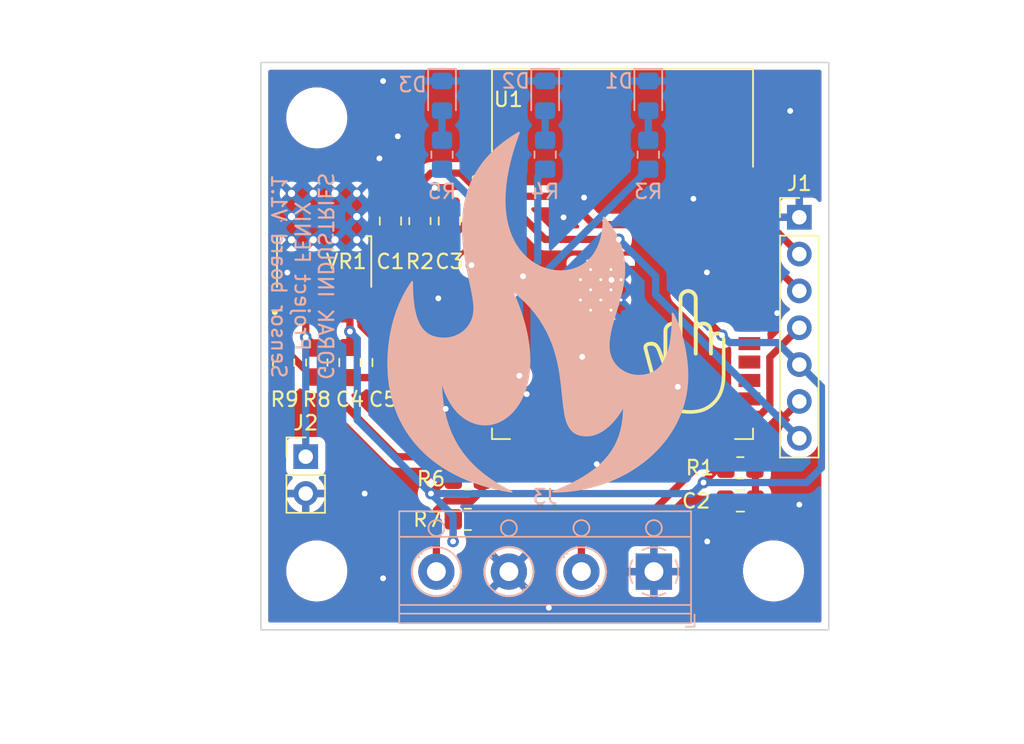
<source format=kicad_pcb>
(kicad_pcb (version 20211014) (generator pcbnew)
  (layers (0 "F.Cu" signal) (31 "B.Cu" signal) (34 "B.Paste" user) (35 "F.Paste" user) (36 "B.SilkS" user "B.Silkscreen") (37 "F.SilkS" user "F.Silkscreen") (38 "B.Mask" user) (39 "F.Mask" user) (44 "Edge.Cuts" user))
  (net 0 "")
  (net 1 "+3.3V")
  (net 2 "GND")
  (net 3 "IO0")
  (net 4 "EN")
  (net 5 "Net-(C5-Pad1)")
  (net 6 "Net-(D1-Pad2)")
  (net 7 "Net-(D2-Pad2)")
  (net 8 "Net-(D3-Pad2)")
  (net 9 "TX0")
  (net 10 "RX0")
  (net 11 "VIN")
  (net 12 "S2")
  (net 13 "S1")
  (net 14 "LED1")
  (net 15 "LED2")
  (net 16 "LED3")
  (net 17 "BATT")
  (footprint "Resistor_SMD:R_0805_2012Metric_Pad1.20x1.40mm_HandSolder" (layer "F.Cu") (at 83.566 101.2 -90)
    (fp_text reference "R9")
    (fp_text value "15k")
  )
  (footprint "Connector_PinHeader_2.54mm:PinHeader_1x02_P2.54mm_Vertical" (layer "F.Cu") (at 85.09 107.691)
    (fp_text reference "J2")
    (fp_text value "JST-XH")
  )
  (footprint "Capacitor_SMD:C_0805_2012Metric_Pad1.18x1.45mm_HandSolder" (layer "F.Cu") (at 115.062 110.744 180)
    (fp_text reference "C2")
    (fp_text value "470nF")
  )
  (footprint "Resistor_SMD:R_0805_2012Metric_Pad1.20x1.40mm_HandSolder" (layer "F.Cu") (at 92.964 91.44 -90)
    (fp_text reference "R2")
    (fp_text value "10k")
  )
  (footprint "esp32S3:XCVR_ESP32-S3-WROOM-1-N16R2" (layer "F.Cu") (at 106.934 93.726)
    (fp_text reference "U1")
    (fp_text value "ESP32-S3-WROOM-1-N16R2")
  )
  (footprint "Resistor_SMD:R_0805_2012Metric_Pad1.20x1.40mm_HandSolder" (layer "F.Cu") (at 115.062 108.458)
    (fp_text reference "R1")
    (fp_text value "10k")
  )
  (footprint "Capacitor_SMD:C_0805_2012Metric_Pad1.18x1.45mm_HandSolder" (layer "F.Cu") (at 88.138 101.2 -90)
    (fp_text reference "C4")
    (fp_text value "1uF")
  )
  (footprint "MountingHole:MountingHole_3.2mm_M3" (layer "F.Cu") (at 85.852 115.57)
    (fp_text reference "REF**" hide)
    (fp_text value "MountingHole_3.2mm_M3")
  )
  (footprint "Resistor_SMD:R_0805_2012Metric_Pad1.20x1.40mm_HandSolder" (layer "F.Cu") (at 96.266 109.22)
    (fp_text reference "R6")
    (fp_text value "10k")
  )
  (footprint "Connector_PinHeader_2.54mm:PinHeader_1x07_P2.54mm_Vertical" (layer "F.Cu") (at 119.126 91.181)
    (fp_text reference "J1")
    (fp_text value "Conn_01x07")
  )
  (footprint "MountingHole:MountingHole_3.2mm_M3" (layer "F.Cu") (at 85.852 84.328)
    (fp_text reference "REF**" hide)
    (fp_text value "MountingHole_3.2mm_M3")
  )
  (footprint "MountingHole:MountingHole_3.2mm_M3" (layer "F.Cu") (at 117.348 115.57)
    (fp_text reference "REF**" hide)
    (fp_text value "MountingHole_3.2mm_M3")
  )
  (footprint "Resistor_SMD:R_0805_2012Metric_Pad1.20x1.40mm_HandSolder" (layer "F.Cu") (at 96.266 112.014)
    (fp_text reference "R7")
    (fp_text value "10k")
  )
  (footprint "Capacitor_SMD:C_0805_2012Metric_Pad1.18x1.45mm_HandSolder" (layer "F.Cu") (at 94.996 91.44 90)
    (fp_text reference "C3")
    (fp_text value "470nF")
  )
  (footprint "TPS79633DCQ:VREG_TPS79633DCQ" (layer "F.Cu") (at 86.36 94.234 90)
    (fp_text reference "VR1")
    (fp_text value "TPS79633DCQ")
  )
  (footprint "Resistor_SMD:R_0805_2012Metric_Pad1.20x1.40mm_HandSolder" (layer "F.Cu") (at 85.852 101.2 -90)
    (fp_text reference "R8")
    (fp_text value "10k")
  )
  (footprint "Capacitor_SMD:C_0805_2012Metric_Pad1.18x1.45mm_HandSolder" (layer "F.Cu") (at 90.424 101.2 -90)
    (fp_text reference "C5")
    (fp_text value "10nF")
  )
  (footprint "Capacitor_SMD:C_0805_2012Metric_Pad1.18x1.45mm_HandSolder" (layer "F.Cu") (at 90.932 91.44 -90)
    (fp_text reference "C1")
    (fp_text value "100nF")
  )
  (footprint "LED_SMD:LED_0805_2012Metric_Pad1.15x1.40mm_HandSolder" (layer "B.Cu") (at 101.6 82.804 -90)
    (fp_text reference "D2")
    (fp_text value "LED_Small")
  )
  (footprint "TerminalBlock_RND:TerminalBlock_RND_205-00014_1x04_P5.00mm_Horizontal" (layer "B.Cu") (at 109.1 115.616 180)
    (fp_text reference "J3")
    (fp_text value "INPUT")
  )
  (footprint "LED_SMD:LED_0805_2012Metric_Pad1.15x1.40mm_HandSolder" (layer "B.Cu") (at 94.488 82.804 -90)
    (fp_text reference "D3")
    (fp_text value "LED_Small")
  )
  (footprint "LED_SMD:LED_0805_2012Metric_Pad1.15x1.40mm_HandSolder" (layer "B.Cu") (at 108.712 82.804 -90)
    (fp_text reference "D1")
    (fp_text value "LED_Small")
  )
  (footprint "Resistor_SMD:R_0805_2012Metric_Pad1.20x1.40mm_HandSolder" (layer "B.Cu") (at 94.488 86.868 90)
    (fp_text reference "R5")
    (fp_text value "330")
  )
  (footprint "Resistor_SMD:R_0805_2012Metric_Pad1.20x1.40mm_HandSolder" (layer "B.Cu") (at 101.6 86.868 90)
    (fp_text reference "R4")
    (fp_text value "330")
  )
  (footprint "Resistor_SMD:R_0805_2012Metric_Pad1.20x1.40mm_HandSolder" (layer "B.Cu") (at 108.712 86.868 90)
    (fp_text reference "R3")
    (fp_text value "330")
  )
  (gr_poly (pts (xy 99.549294 86.023089) (xy 99.343663 86.673468) (xy 99.173751 87.297058) (xy 99.038069 87.893858) (xy 98.93513 88.46387) (xy 98.863444 89.007093) (xy 98.821525 89.523526) (xy 98.807882 90.013171) (xy 98.813766 90.323301) (xy 98.831144 90.622699) (xy 98.859603 90.911424) (xy 98.898729 91.189533) (xy 98.948111 91.457084) (xy 99.007335 91.714136) (xy 99.075989 91.960747) (xy 99.153659 92.196975) (xy 99.239934 92.422878) (xy 99.3344 92.638514) (xy 99.436645 92.843941) (xy 99.546255 93.039218) (xy 99.662819 93.224403) (xy 99.785923 93.399553) (xy 99.915154 93.564727) (xy 100.0501 93.719983) (xy 100.190349 93.865379) (xy 100.335486 94.000973) (xy 100.4851 94.126824) (xy 100.638777 94.242989) (xy 100.796106 94.349527) (xy 100.956673 94.446496) (xy 101.28587 94.611959) (xy 101.623066 94.739843) (xy 101.96496 94.830612) (xy 102.308249 94.884733) (xy 102.649632 94.90267) (xy 102.923832 94.891298) (xy 103.060763 94.876849) (xy 103.197195 94.856347) (xy 103.332836 94.829636) (xy 103.467395 94.79656) (xy 103.600583 94.756961) (xy 103.732108 94.710682) (xy 103.861679 94.657566) (xy 103.989007 94.597456) (xy 104.1138 94.530195) (xy 104.235767 94.455627) (xy 104.354618 94.373595) (xy 104.470063 94.28394) (xy 104.58181 94.186507) (xy 104.689569 94.081139) (xy 104.793049 93.967678) (xy 104.89196 93.845967) (xy 104.98601 93.71585) (xy 105.07491 93.577169) (xy 105.158368 93.429769) (xy 105.236094 93.27349) (xy 105.307797 93.108178) (xy 105.373186 92.933674) (xy 105.431971 92.749822) (xy 105.483862 92.556464) (xy 105.528566 92.353445) (xy 105.565795 92.140606) (xy 105.595256 91.917791) (xy 105.61666 91.684843) (xy 105.629715 91.441605) (xy 105.634132 91.18792) (xy 105.812377 91.392148) (xy 105.978111 91.599864) (xy 106.131473 91.810835) (xy 106.272604 92.02483) (xy 106.401643 92.241615) (xy 106.518729 92.460958) (xy 106.624002 92.682627) (xy 106.717601 92.906389) (xy 106.799665 93.13201) (xy 106.870335 93.35926) (xy 106.92975 93.587905) (xy 106.97805 93.817713) (xy 107.015373 94.048451) (xy 107.04186 94.279886) (xy 107.05765 94.511787) (xy 107.062882 94.74392) (xy 107.050759 95.110425) (xy 107.016497 95.471814) (xy 106.96326 95.82818) (xy 106.89421 96.179616) (xy 106.812509 96.526215) (xy 106.721321 96.86807) (xy 106.523132 97.53792) (xy 106.324942 98.189912) (xy 106.233754 98.509442) (xy 106.152053 98.824788) (xy 106.083003 99.13604) (xy 106.029766 99.443292) (xy 105.995505 99.746638) (xy 105.983381 100.04617) (xy 105.986418 100.166621) (xy 105.995396 100.283869) (xy 106.010118 100.397873) (xy 106.030386 100.508592) (xy 106.056003 100.615985) (xy 106.08677 100.720013) (xy 106.122491 100.820634) (xy 106.162967 100.917807) (xy 106.208001 101.011492) (xy 106.257396 101.101648) (xy 106.310952 101.188235) (xy 106.368474 101.271212) (xy 106.429763 101.350537) (xy 106.494621 101.426171) (xy 106.562852 101.498073) (xy 106.634256 101.566201) (xy 106.708638 101.630516) (xy 106.785798 101.690977) (xy 106.865539 101.747542) (xy 106.947664 101.800172) (xy 107.031975 101.848825) (xy 107.118274 101.89346) (xy 107.206363 101.934038) (xy 107.296046 101.970518) (xy 107.387124 102.002858) (xy 107.479399 102.031018) (xy 107.572674 102.054957) (xy 107.666752 102.074635) (xy 107.761434 102.090011) (xy 107.856523 102.101045) (xy 107.951822 102.107695) (xy 108.047132 102.10992) (xy 108.213098 102.105194) (xy 108.371756 102.091084) (xy 108.523239 102.067696) (xy 108.667683 102.035134) (xy 108.80522 101.993503) (xy 108.935984 101.942907) (xy 109.06011 101.883451) (xy 109.177729 101.815241) (xy 109.288977 101.738379) (xy 109.393987 101.652971) (xy 109.492893 101.559122) (xy 109.585828 101.456937) (xy 109.672927 101.346519) (xy 109.754322 101.227974) (xy 109.830148 101.101406) (xy 109.900538 100.96692) (xy 109.965626 100.824621) (xy 110.025546 100.674613) (xy 110.080431 100.517) (xy 110.130415 100.351888) (xy 110.175632 100.179381) (xy 110.216216 99.999584) (xy 110.2523 99.812601) (xy 110.284018 99.618538) (xy 110.311504 99.417498) (xy 110.334891 99.209586) (xy 110.369905 98.773566) (xy 110.390128 98.311315) (xy 110.396632 97.823671) (xy 110.49699 98.00645) (xy 110.595256 98.208391) (xy 110.690823 98.42782) (xy 110.783089 98.663061) (xy 110.871448 98.912441) (xy 110.955296 99.174286) (xy 111.034027 99.44692) (xy 111.107038 99.728671) (xy 111.173724 100.017862) (xy 111.23348 100.312821) (xy 111.285701 100.611872) (xy 111.329784 100.913342) (xy 111.365123 101.215556) (xy 111.391113 101.51684) (xy 111.407151 101.81552) (xy 111.412631 102.10992) (xy 111.399913 102.540714) (xy 111.362231 102.963682) (xy 111.300295 103.378442) (xy 111.214814 103.784609) (xy 111.106497 104.1818) (xy 110.976053 104.569631) (xy 110.824192 104.947718) (xy 110.651623 105.315678) (xy 110.459056 105.673127) (xy 110.247199 106.019682) (xy 110.016761 106.354958) (xy 109.768453 106.678572) (xy 109.502982 106.99014) (xy 109.22106 107.289278) (xy 108.923394 107.575604) (xy 108.610694 107.848733) (xy 108.283669 108.108281) (xy 107.943029 108.353864) (xy 107.589483 108.5851) (xy 107.22374 108.801604) (xy 106.846509 109.002993) (xy 106.4585 109.188883) (xy 106.060421 109.35889) (xy 105.652983 109.512631) (xy 105.236894 109.649721) (xy 104.812864 109.769778) (xy 104.381601 109.872417) (xy 103.943816 109.957255) (xy 103.500217 110.023908) (xy 103.051514 110.071992) (xy 102.598416 110.101124) (xy 102.141632 110.11092) (xy 102.518804 109.963587) (xy 102.876734 109.813325) (xy 103.215897 109.660179) (xy 103.536771 109.504197) (xy 103.839832 109.345423) (xy 104.125557 109.183906) (xy 104.394422 109.019691) (xy 104.646905 108.852825) (xy 104.883481 108.683355) (xy 105.104629 108.511327) (xy 105.310823 108.336787) (xy 105.502542 108.159782) (xy 105.680262 107.980359) (xy 105.844459 107.798564) (xy 105.995611 107.614443) (xy 106.134193 107.428044) (xy 106.260684 107.239412) (xy 106.375558 107.048594) (xy 106.479294 106.855637) (xy 106.572368 106.660587) (xy 106.728436 106.264394) (xy 106.847576 105.860388) (xy 106.933601 105.44894) (xy 106.990327 105.030423) (xy 107.021565 104.605209) (xy 107.03113 104.17367) (xy 106.935805 104.338816) (xy 106.840398 104.495084) (xy 106.745014 104.642714) (xy 106.649758 104.781943) (xy 106.554735 104.91301) (xy 106.460049 105.036152) (xy 106.365804 105.15161) (xy 106.272107 105.25962) (xy 106.17906 105.360421) (xy 106.086769 105.454251) (xy 105.904873 105.621954) (xy 105.727256 105.764636) (xy 105.554755 105.884202) (xy 105.388207 105.982561) (xy 105.22845 106.061618) (xy 105.076319 106.123281) (xy 104.932654 106.169457) (xy 104.79829 106.202052) (xy 104.674065 106.222973) (xy 104.560816 106.234127) (xy 104.459381 106.237422) (xy 104.186187 106.220264) (xy 103.948148 106.169736) (xy 103.742468 106.087257) (xy 103.56635 105.974244) (xy 103.416998 105.832117) (xy 103.291615 105.662294) (xy 103.187405 105.466194) (xy 103.101572 105.245234) (xy 103.03132 105.000834) (xy 102.973851 104.734413) (xy 102.886081 104.141177) (xy 102.740912 102.752859) (xy 102.638771 101.980472) (xy 102.570524 101.579686) (xy 102.487098 101.171064) (xy 102.385696 100.756023) (xy 102.263522 100.335983) (xy 102.11778 99.912362) (xy 101.945674 99.486578) (xy 101.744406 99.060049) (xy 101.511181 98.634196) (xy 101.243202 98.210435) (xy 100.937673 97.790185) (xy 100.591798 97.374865) (xy 100.20278 96.965894) (xy 99.767824 96.56469) (xy 99.284131 96.172672) (xy 99.44454 96.526867) (xy 99.592578 96.875016) (xy 99.728523 97.217026) (xy 99.852655 97.552804) (xy 99.965252 97.882257) (xy 100.066595 98.205291) (xy 100.156962 98.521815) (xy 100.236631 98.831734) (xy 100.305883 99.134955) (xy 100.364995 99.431387) (xy 100.414248 99.720935) (xy 100.45392 100.003507) (xy 100.48429 100.279009) (xy 100.505638 100.547349) (xy 100.518242 100.808434) (xy 100.522381 101.06217) (xy 100.517872 101.326239) (xy 100.504545 101.582634) (xy 100.482694 101.831309) (xy 100.452618 102.072217) (xy 100.414611 102.305311) (xy 100.368972 102.530546) (xy 100.315995 102.747873) (xy 100.255979 102.957248) (xy 100.11601 103.351953) (xy 99.951439 103.714287) (xy 99.764637 104.043879) (xy 99.557975 104.340357) (xy 99.333826 104.603349) (xy 99.094561 104.832482) (xy 98.842553 105.027385) (xy 98.580174 105.187685) (xy 98.309795 105.313011) (xy 98.033789 105.40299) (xy 97.894416 105.434608) (xy 97.754527 105.45725) (xy 97.614416 105.470869) (xy 97.474381 105.475419) (xy 97.355342 105.472439) (xy 97.236442 105.463482) (xy 97.117821 105.448526) (xy 96.999619 105.427546) (xy 96.881975 105.400521) (xy 96.765029 105.367426) (xy 96.64892 105.328238) (xy 96.533787 105.282935) (xy 96.419771 105.231492) (xy 96.307011 105.173887) (xy 96.195645 105.110097) (xy 96.085815 105.040097) (xy 95.977659 104.963865) (xy 95.871316 104.881378) (xy 95.766927 104.792612) (xy 95.664631 104.697545) (xy 95.564568 104.596152) (xy 95.466876 104.48841) (xy 95.371696 104.374297) (xy 95.279166 104.253789) (xy 95.189428 104.126863) (xy 95.102619 103.993495) (xy 95.01888 103.853662) (xy 94.93835 103.707342) (xy 94.861169 103.55451) (xy 94.787476 103.395144) (xy 94.71741 103.22922) (xy 94.651112 103.056715) (xy 94.58872 102.877606) (xy 94.530375 102.69187) (xy 94.476215 102.499482) (xy 94.426381 102.300421) (xy 94.437334 102.863921) (xy 94.472332 103.422585) (xy 94.534584 103.975295) (xy 94.627299 104.520936) (xy 94.753687 105.058392) (xy 94.916956 105.586546) (xy 95.120316 106.104281) (xy 95.366975 106.610483) (xy 95.507545 106.85891) (xy 95.660143 107.104034) (xy 95.825171 107.345717) (xy 96.003029 107.583819) (xy 96.194119 107.8182) (xy 96.398842 108.04872) (xy 96.617599 108.275241) (xy 96.850791 108.497623) (xy 97.09882 108.715726) (xy 97.362086 108.92941) (xy 97.64099 109.138537) (xy 97.935934 109.342967) (xy 98.24732 109.542559) (xy 98.575547 109.737175) (xy 98.921017 109.926675) (xy 99.284131 110.11092) (xy 98.715002 110.007385) (xy 98.168285 109.887631) (xy 97.643694 109.75218) (xy 97.140944 109.601555) (xy 96.659752 109.436281) (xy 96.199831 109.256879) (xy 95.760898 109.063873) (xy 95.342667 108.857787) (xy 94.944853 108.639143) (xy 94.567171 108.408466) (xy 94.209338 108.166277) (xy 93.871067 107.913101) (xy 93.552074 107.64946) (xy 93.252074 107.375878) (xy 92.970782 107.092878) (xy 92.707913 106.800983) (xy 92.463183 106.500716) (xy 92.236306 106.192601) (xy 92.026998 105.877161) (xy 91.834974 105.554919) (xy 91.659949 105.226399) (xy 91.501638 104.892123) (xy 91.234019 104.208397) (xy 91.029837 103.507928) (xy 90.886815 102.794902) (xy 90.802673 102.073504) (xy 90.775132 101.347921) (xy 90.782511 100.912599) (xy 90.804402 100.487694) (xy 90.84043 100.073208) (xy 90.890226 99.669139) (xy 90.953416 99.275489) (xy 91.029628 98.892257) (xy 91.118491 98.519442) (xy 91.219632 98.157046) (xy 91.332679 97.805067) (xy 91.457261 97.463507) (xy 91.593004 97.132364) (xy 91.739538 96.81164) (xy 91.89649 96.501333) (xy 92.063487 96.201445) (xy 92.240159 95.911974) (xy 92.426132 95.632921) (xy 92.434348 96.152913) (xy 92.459122 96.630255) (xy 92.500639 97.066205) (xy 92.559085 97.462018) (xy 92.634646 97.81895) (xy 92.727509 98.138256) (xy 92.837859 98.421192) (xy 92.899649 98.549414) (xy 92.965882 98.669014) (xy 93.036579 98.78015) (xy 93.111764 98.882978) (xy 93.191461 98.977655) (xy 93.275692 99.064339) (xy 93.364481 99.143186) (xy 93.457852 99.214353) (xy 93.555826 99.277997) (xy 93.658429 99.334276) (xy 93.765682 99.383346) (xy 93.877609 99.425364) (xy 94.115579 99.488871) (xy 94.372525 99.526055) (xy 94.648632 99.538171) (xy 94.743942 99.535945) (xy 94.83924 99.529295) (xy 94.934329 99.518262) (xy 95.029012 99.502886) (xy 95.123089 99.483208) (xy 95.216365 99.459269) (xy 95.30864 99.431108) (xy 95.399718 99.398768) (xy 95.4894 99.362289) (xy 95.57749 99.321711) (xy 95.663789 99.277075) (xy 95.748099 99.228422) (xy 95.830224 99.175793) (xy 95.909966 99.119227) (xy 95.987126 99.058767) (xy 96.061507 98.994452) (xy 96.132911 98.926323) (xy 96.201142 98.854422) (xy 96.266 98.778788) (xy 96.327289 98.699462) (xy 96.384811 98.616486) (xy 96.438367 98.529899) (xy 96.487762 98.439743) (xy 96.532796 98.346057) (xy 96.573272 98.248884) (xy 96.608993 98.148263) (xy 96.63976 98.044236) (xy 96.665377 97.936842) (xy 96.685645 97.826123) (xy 96.700367 97.71212) (xy 96.709345 97.594872) (xy 96.712382 97.474421) (xy 96.703468 97.243187) (xy 96.678275 96.990791) (xy 96.63913 96.718397) (xy 96.588358 96.427167) (xy 96.315507 95.097139) (xy 96.169779 94.34934) (xy 96.102729 93.958814) (xy 96.042656 93.558753) (xy 95.991883 93.15032) (xy 95.952739 92.734679) (xy 95.927546 92.312992) (xy 95.918632 91.886421) (xy 95.927949 91.456129) (xy 95.957451 91.02328) (xy 96.009464 90.589035) (xy 96.086312 90.154558) (xy 96.190321 89.72101) (xy 96.323817 89.289556) (xy 96.489124 88.861357) (xy 96.68857 88.437577) (xy 96.924478 88.019378) (xy 97.199174 87.607922) (xy 97.351795 87.405087) (xy 97.514984 87.204373) (xy 97.689034 87.005927) (xy 97.874234 86.809894) (xy 98.070875 86.616418) (xy 98.279248 86.425646) (xy 98.499643 86.237722) (xy 98.732352 86.052793) (xy 98.977664 85.871002) (xy 99.235872 85.692497) (xy 99.507264 85.517421) (xy 99.792132 85.345921)) (layer "B.SilkS") (width 0.12) (fill solid))
  (gr_poly (pts (xy 111.494871 96.139865) (xy 111.5284 96.142419) (xy 111.56139 96.146623) (xy 111.593802 96.152432) (xy 111.625598 96.159805) (xy 111.656742 96.168697) (xy 111.687194 96.179065) (xy 111.716916 96.190865) (xy 111.745872 96.204055) (xy 111.774022 96.21859) (xy 111.801329 96.234427) (xy 111.827756 96.251524) (xy 111.853263 96.269835) (xy 111.877813 96.289319) (xy 111.901368 96.309932) (xy 111.92389 96.331629) (xy 111.945341 96.354369) (xy 111.965684 96.378107) (xy 111.98488 96.4028) (xy 112.00289 96.428404) (xy 112.019679 96.454877) (xy 112.035206 96.482174) (xy 112.049435 96.510252) (xy 112.062327 96.539069) (xy 112.073845 96.56858) (xy 112.08395 96.598742) (xy 112.092604 96.629511) (xy 112.099771 96.660845) (xy 112.10541 96.6927) (xy 112.109486 96.725032) (xy 112.111959 96.757798) (xy 112.112792 96.790955) (xy 112.112792 98.519637) (xy 112.133507 98.503436) (xy 112.154888 98.488176) (xy 112.176905 98.47387) (xy 112.199529 98.460532) (xy 112.222733 98.448178) (xy 112.246485 98.436823) (xy 112.270759 98.426479) (xy 112.295524 98.417163) (xy 112.320751 98.408888) (xy 112.346413 98.40167) (xy 112.372479 98.395522) (xy 112.398921 98.390459) (xy 112.42571 98.386496) (xy 112.452816 98.383648) (xy 112.480212 98.381928) (xy 112.507868 98.381351) (xy 112.541086 98.382159) (xy 112.574014 98.384571) (xy 112.606593 98.388575) (xy 112.638766 98.394156) (xy 112.670476 98.401299) (xy 112.701663 98.409989) (xy 112.732271 98.420214) (xy 112.762242 98.431958) (xy 112.791517 98.445207) (xy 112.82004 98.459947) (xy 112.847752 98.476163) (xy 112.874595 98.493842) (xy 112.900511 98.512968) (xy 112.925443 98.533527) (xy 112.949334 98.555506) (xy 112.972124 98.578889) (xy 112.976284 98.583495) (xy 112.981373 98.589842) (xy 112.987391 98.597815) (xy 112.994336 98.607294) (xy 113.011007 98.630301) (xy 113.03138 98.65792) (xy 113.050636 98.694128) (xy 113.07071 98.736474) (xy 113.080727 98.76013) (xy 113.090558 98.785537) (xy 113.100071 98.812768) (xy 113.109136 98.841894) (xy 113.117623 98.872988) (xy 113.125402 98.906122) (xy 113.132342 98.941368) (xy 113.138312 98.978799) (xy 113.143183 99.018486) (xy 113.146823 99.060502) (xy 113.149103 99.104919) (xy 113.149892 99.151809) (xy 113.149892 99.19129) (xy 113.168431 99.176824) (xy 113.187043 99.163082) (xy 113.205799 99.150091) (xy 113.224771 99.137882) (xy 113.244033 99.126483) (xy 113.263655 99.115924) (xy 113.283712 99.106232) (xy 113.304273 99.097438) (xy 113.325413 99.08957) (xy 113.347204 99.082657) (xy 113.369717 99.076728) (xy 113.393024 99.071812) (xy 113.417199 99.067938) (xy 113.442313 99.065135) (xy 113.468439 99.063432) (xy 113.495649 99.062858) (xy 113.495649 99.062859) (xy 113.495649 99.062861) (xy 113.495648 99.062863) (xy 113.495647 99.062866) (xy 113.495646 99.062868) (xy 113.495644 99.062874) (xy 113.495643 99.062877) (xy 113.495642 99.062879) (xy 113.528487 99.06374) (xy 113.560342 99.066294) (xy 113.591203 99.070498) (xy 113.621064 99.076307) (xy 113.649919 99.08368) (xy 113.677763 99.092572) (xy 113.70459 99.102939) (xy 113.730396 99.114739) (xy 113.755174 99.127928) (xy 113.77892 99.142463) (xy 113.801628 99.1583) (xy 113.823292 99.175395) (xy 113.843907 99.193706) (xy 113.863468 99.213189) (xy 113.881969 99.2338) (xy 113.899405 99.255496) (xy 113.91577 99.278234) (xy 113.931059 99.301969) (xy 113.945267 99.32666) (xy 113.958387 99.352262) (xy 113.970415 99.378732) (xy 113.981346 99.406026) (xy 113.999892 99.462914) (xy 114.013981 99.522579) (xy 114.023571 99.584673) (xy 114.028618 99.648849) (xy 114.029078 99.71476) (xy 114.029078 101.986648) (xy 114.027091 102.131556) (xy 114.021053 102.2736) (xy 114.010848 102.412692) (xy 113.996361 102.548746) (xy 113.977475 102.681675) (xy 113.954074 102.811392) (xy 113.926044 102.937811) (xy 113.893267 103.060844) (xy 113.855629 103.180405) (xy 113.813013 103.296406) (xy 113.765304 103.408762) (xy 113.712386 103.517386) (xy 113.654143 103.622189) (xy 113.59046 103.723087) (xy 113.521219 103.819991) (xy 113.446307 103.912816) (xy 113.359694 104.00982) (xy 113.270113 104.100775) (xy 113.177378 104.185652) (xy 113.0813 104.264423) (xy 112.98169 104.337058) (xy 112.878362 104.403528) (xy 112.771126 104.463805) (xy 112.659795 104.51786) (xy 112.544182 104.565664) (xy 112.424097 104.607187) (xy 112.299352 104.642402) (xy 112.169761 104.671278) (xy 112.035134 104.693788) (xy 111.895284 104.709902) (xy 111.750023 104.719592) (xy 111.599163 104.722828) (xy 111.35906 104.716438) (xy 111.243642 104.708422) (xy 111.131284 104.697169) (xy 111.021965 104.68266) (xy 110.915662 104.664877) (xy 110.812354 104.643802) (xy 110.712019 104.619418) (xy 110.614636 104.591706) (xy 110.520183 104.560647) (xy 110.428638 104.526224) (xy 110.33998 104.488419) (xy 110.254187 104.447214) (xy 110.171236 104.402591) (xy 110.091108 104.354531) (xy 110.013779 104.303016) (xy 109.939228 104.248029) (xy 109.867434 104.189551) (xy 109.798374 104.127565) (xy 109.732027 104.062051) (xy 109.668372 103.992993) (xy 109.607387 103.920372) (xy 109.549049 103.844169) (xy 109.493338 103.764368) (xy 109.440232 103.680949) (xy 109.389708 103.593895) (xy 109.341746 103.503188) (xy 109.296324 103.408809) (xy 109.253419 103.310741) (xy 109.21301 103.208965) (xy 109.175076 103.103463) (xy 109.139595 102.994217) (xy 109.032013 102.623917) (xy 108.914245 102.200602) (xy 108.677785 101.319941) (xy 108.408622 100.297584) (xy 108.401795 100.278852) (xy 108.39611 100.259728) (xy 108.391553 100.240283) (xy 108.388109 100.220591) (xy 108.385763 100.200723) (xy 108.384503 100.180753) (xy 108.384404 100.170429) (xy 108.638253 100.170429) (xy 108.638369 100.177431) (xy 108.638715 100.184535) (xy 108.639293 100.191724) (xy 108.640101 100.198985) (xy 108.64114 100.206304) (xy 108.64241 100.213664) (xy 108.643911 100.221052) (xy 108.645643 100.228453) (xy 108.916041 101.255755) (xy 109.155426 102.139818) (xy 109.27564 102.564249) (xy 109.386476 102.934964) (xy 109.453542 103.128187) (xy 109.528971 103.307896) (xy 109.613024 103.474234) (xy 109.705961 103.627348) (xy 109.755842 103.69899) (xy 109.808042 103.767381) (xy 109.862594 103.832537) (xy 109.919529 103.894478) (xy 109.978881 103.953221) (xy 110.040681 104.008784) (xy 110.104963 104.061186) (xy 110.17176 104.110444) (xy 110.241102 104.156577) (xy 110.313024 104.199602) (xy 110.387558 104.239538) (xy 110.464736 104.276403) (xy 110.544591 104.310215) (xy 110.627155 104.340991) (xy 110.800542 104.393512) (xy 110.985157 104.43411) (xy 111.181261 104.462929) (xy 111.389114 104.480114) (xy 111.608976 104.485811) (xy 111.745249 104.482812) (xy 111.876372 104.473866) (xy 112.002517 104.459044) (xy 112.123858 104.438419) (xy 112.24057 104.412063) (xy 112.352826 104.380048) (xy 112.460798 104.342447) (xy 112.564662 104.299332) (xy 112.664591 104.250776) (xy 112.760757 104.196852) (xy 112.853335 104.13763) (xy 112.942499 104.073185) (xy 113.028421 104.003587) (xy 113.111276 103.928911) (xy 113.191238 103.849227) (xy 113.268479 103.764609) (xy 113.336219 103.67942) (xy 113.39875 103.590585) (xy 113.456186 103.498162) (xy 113.508644 103.402208) (xy 113.556239 103.302783) (xy 113.599087 103.199943) (xy 113.637305 103.093747) (xy 113.671008 102.984252) (xy 113.700312 102.871516) (xy 113.725333 102.755597) (xy 113.746186 102.636554) (xy 113.762988 102.514443) (xy 113.775855 102.389323) (xy 113.784902 102.261252) (xy 113.790245 102.130287) (xy 113.792 101.996487) (xy 113.792 100.584) (xy 113.801887 99.714888) (xy 113.800946 99.674639) (xy 113.798067 99.63552) (xy 113.793162 99.597733) (xy 113.789922 99.579402) (xy 113.786143 99.561479) (xy 113.781815 99.543991) (xy 113.776926 99.526963) (xy 113.771465 99.510419) (xy 113.765422 99.494386) (xy 113.758786 99.478887) (xy 113.751545 99.46395) (xy 113.74369 99.449599) (xy 113.735208 99.435858) (xy 113.72609 99.422755) (xy 113.716325 99.410314) (xy 113.705901 99.398559) (xy 113.694807 99.387518) (xy 113.683034 99.377214) (xy 113.67057 99.367674) (xy 113.657404 99.358922) (xy 113.643525 99.350983) (xy 113.628923 99.343884) (xy 113.613586 99.33765) (xy 113.597504 99.332305) (xy 113.580666 99.327875) (xy 113.563061 99.324385) (xy 113.544678 99.321862) (xy 113.525507 99.320329) (xy 113.505536 99.319812) (xy 113.485423 99.320329) (xy 113.465839 99.321862) (xy 113.44679 99.324385) (xy 113.428283 99.327875) (xy 113.410326 99.332305) (xy 113.392927 99.33765) (xy 113.376091 99.343884) (xy 113.359827 99.350983) (xy 113.344142 99.358921) (xy 113.329043 99.367673) (xy 113.314537 99.377214) (xy 113.300632 99.387518) (xy 113.287334 99.398559) (xy 113.274652 99.410313) (xy 113.262591 99.422755) (xy 113.25116 99.435858) (xy 113.240366 99.449598) (xy 113.230216 99.46395) (xy 113.220717 99.478887) (xy 113.211876 99.494385) (xy 113.203701 99.510419) (xy 113.196199 99.526963) (xy 113.189377 99.543991) (xy 113.183242 99.561479) (xy 113.173064 99.597732) (xy 113.165722 99.63552) (xy 113.161274 99.674639) (xy 113.159779 99.714888) (xy 113.159779 100.58415) (xy 113.159607 100.590605) (xy 113.159096 100.596992) (xy 113.158257 100.603304) (xy 113.157098 100.60953) (xy 113.155627 100.615662) (xy 113.153855 100.62169) (xy 113.151789 100.627606) (xy 113.149439 100.633401) (xy 113.146815 100.639066) (xy 113.143925 100.644591) (xy 113.140777 100.649967) (xy 113.137382 100.655186) (xy 113.133748 100.660239) (xy 113.129885 100.665116) (xy 113.1258 100.669808) (xy 113.121504 100.674307) (xy 113.117006 100.678603) (xy 113.112313 100.682688) (xy 113.107436 100.686551) (xy 113.102384 100.690185) (xy 113.097165 100.69358) (xy 113.091788 100.696728) (xy 113.086263 100.699618) (xy 113.080598 100.702242) (xy 113.074803 100.704592) (xy 113.068887 100.706658) (xy 113.062859 100.70843) (xy 113.056727 100.709901) (xy 113.0505 100.71106) (xy 113.044189 100.7119) (xy 113.037801 100.71241) (xy 113.031346 100.712582) (xy 113.024892 100.71241) (xy 113.018504 100.7119) (xy 113.012193 100.71106) (xy 113.005967 100.709901) (xy 112.999835 100.70843) (xy 112.993806 100.706658) (xy 112.98789 100.704592) (xy 112.982095 100.702243) (xy 112.976431 100.699618) (xy 112.970906 100.696728) (xy 112.965529 100.693581) (xy 112.96031 100.690186) (xy 112.955258 100.686552) (xy 112.950381 100.682688) (xy 112.945688 100.678604) (xy 112.94119 100.674308) (xy 112.936894 100.669809) (xy 112.932809 100.665117) (xy 112.928945 100.66024) (xy 112.925312 100.655187) (xy 112.921916 100.649968) (xy 112.918769 100.644592) (xy 112.915879 100.639067) (xy 112.913254 100.633402) (xy 112.910905 100.627607) (xy 112.908839 100.621691) (xy 112.907067 100.615662) (xy 112.905596 100.60953) (xy 112.904436 100.603304) (xy 112.903597 100.596993) (xy 112.903087 100.590605) (xy 112.902915 100.58415) (xy 112.902915 99.033304) (xy 112.902398 99.013051) (xy 112.900865 98.993055) (xy 112.898341 98.973342) (xy 112.894852 98.953936) (xy 112.890422 98.934863) (xy 112.885077 98.916148) (xy 112.878842 98.897817) (xy 112.871743 98.879895) (xy 112.863805 98.862407) (xy 112.855053 98.845379) (xy 112.845513 98.828835) (xy 112.835209 98.812801) (xy 112.824167 98.797303) (xy 112.812413 98.782366) (xy 112.799972 98.768014) (xy 112.786868 98.754274) (xy 112.773128 98.741171) (xy 112.758777 98.728729) (xy 112.743839 98.716975) (xy 112.728341 98.705934) (xy 112.712308 98.69563) (xy 112.695764 98.686089) (xy 112.678735 98.677337) (xy 112.661247 98.669399) (xy 112.643325 98.6623) (xy 112.624994 98.656065) (xy 112.60628 98.650721) (xy 112.587207 98.646291) (xy 112.567801 98.642801) (xy 112.548087 98.640277) (xy 112.528092 98.638745) (xy 112.507839 98.638228) (xy 112.487586 98.638745) (xy 112.46759 98.640277) (xy 112.447876 98.642801) (xy 112.42847 98.646291) (xy 112.409398 98.650721) (xy 112.390683 98.656065) (xy 112.372352 98.6623) (xy 112.35443 98.669399) (xy 112.336942 98.677337) (xy 112.319913 98.686089) (xy 112.303369 98.69563) (xy 112.287336 98.705934) (xy 112.271838 98.716975) (xy 112.2569 98.728729) (xy 112.242549 98.741171) (xy 112.228809 98.754274) (xy 112.215705 98.768014) (xy 112.203264 98.782366) (xy 112.19151 98.797303) (xy 112.180468 98.812801) (xy 112.170164 98.828835) (xy 112.160624 98.845379) (xy 112.151872 98.862407) (xy 112.143934 98.879895) (xy 112.136835 98.897817) (xy 112.1306 98.916148) (xy 112.125255 98.934863) (xy 112.120825 98.953936) (xy 112.117336 98.973342) (xy 112.114812 98.993055) (xy 112.113279 99.013051) (xy 112.112763 99.033304) (xy 112.112763 100.584079) (xy 112.112591 100.590534) (xy 112.11208 100.596922) (xy 112.111241 100.603233) (xy 112.110081 100.609459) (xy 112.108611 100.615591) (xy 112.106838 100.62162) (xy 112.104773 100.627536) (xy 112.102423 100.633331) (xy 112.099799 100.638995) (xy 112.096908 100.64452) (xy 112.093761 100.649897) (xy 112.090366 100.655116) (xy 112.086732 100.660168) (xy 112.082869 100.665045) (xy 112.078784 100.669738) (xy 112.074488 100.674237) (xy 112.069989 100.678533) (xy 112.065297 100.682617) (xy 112.06042 100.686481) (xy 112.055368 100.690115) (xy 112.050148 100.69351) (xy 112.044772 100.696657) (xy 112.039247 100.699547) (xy 112.033582 100.702172) (xy 112.027787 100.704521) (xy 112.021871 100.706587) (xy 112.015842 100.70836) (xy 112.00971 100.70983) (xy 112.003484 100.71099) (xy 111.997173 100.711829) (xy 111.990785 100.712339) (xy 111.98433 100.712512) (xy 111.977876 100.712339) (xy 111.971488 100.711829) (xy 111.965177 100.71099) (xy 111.958951 100.70983) (xy 111.952819 100.70836) (xy 111.94679 100.706587) (xy 111.940874 100.704522) (xy 111.935079 100.702172) (xy 111.929415 100.699548) (xy 111.92389 100.696657) (xy 111.918513 100.69351) (xy 111.913294 100.690115) (xy 111.908242 100.686481) (xy 111.903365 100.682618) (xy 111.898672 100.678533) (xy 111.894173 100.674237) (xy 111.889877 100.669739) (xy 111.885793 100.665046) (xy 111.881929 100.660169) (xy 111.878295 100.655117) (xy 111.8749 100.649898) (xy 111.871753 100.644521) (xy 111.868863 100.638996) (xy 111.866238 100.633332) (xy 111.863889 100.627537) (xy 111.861823 100.62162) (xy 111.86005 100.615592) (xy 111.85858 100.60946) (xy 111.85742 100.603234) (xy 111.856581 100.596922) (xy 111.856071 100.590534) (xy 111.855899 100.584079) (xy 111.855899 96.791013) (xy 111.855382 96.77076) (xy 111.853849 96.750764) (xy 111.851325 96.731051) (xy 111.847836 96.711645) (xy 111.843406 96.692572) (xy 111.838061 96.673858) (xy 111.831826 96.655526) (xy 111.824727 96.637604) (xy 111.816789 96.620116) (xy 111.808037 96.603088) (xy 111.798497 96.586544) (xy 111.788193 96.57051) (xy 111.777151 96.555012) (xy 111.765397 96.540075) (xy 111.752956 96.525723) (xy 111.739852 96.511983) (xy 111.726112 96.49888) (xy 111.711761 96.486439) (xy 111.696823 96.474684) (xy 111.681325 96.463643) (xy 111.665291 96.453339) (xy 111.648748 96.443799) (xy 111.631719 96.435047) (xy 111.614231 96.427108) (xy 111.596309 96.420009) (xy 111.577978 96.413775) (xy 111.559263 96.40843) (xy 111.540191 96.404) (xy 111.520785 96.40051) (xy 111.501071 96.397987) (xy 111.481075 96.396454) (xy 111.460823 96.395937) (xy 111.44057 96.396454) (xy 111.420574 96.397987) (xy 111.40086 96.40051) (xy 111.381454 96.404) (xy 111.362382 96.40843) (xy 111.343667 96.413775) (xy 111.325336 96.420009) (xy 111.307414 96.427108) (xy 111.289926 96.435047) (xy 111.272897 96.443799) (xy 111.256353 96.453339) (xy 111.24032 96.463643) (xy 111.224822 96.474684) (xy 111.209884 96.486439) (xy 111.195533 96.49888) (xy 111.181793 96.511983) (xy 111.168689 96.525724) (xy 111.156248 96.540075) (xy 111.144493 96.555012) (xy 111.133452 96.570511) (xy 111.123148 96.586544) (xy 111.113608 96.603088) (xy 111.104856 96.620116) (xy 111.096917 96.637604) (xy 111.089818 96.655527) (xy 111.083584 96.673858) (xy 111.078239 96.692572) (xy 111.073809 96.711645) (xy 111.070319 96.731051) (xy 111.067796 96.750764) (xy 111.066263 96.77076) (xy 111.065746 96.791013) (xy 111.065677 100.574202) (xy 111.065505 100.580657) (xy 111.064995 100.587044) (xy 111.064155 100.593356) (xy 111.062996 100.599582) (xy 111.061525 100.605713) (xy 111.059753 100.611742) (xy 111.057687 100.617658) (xy 111.055337 100.623453) (xy 111.052713 100.629118) (xy 111.049823 100.634643) (xy 111.046675 100.640019) (xy 111.04328 100.645238) (xy 111.039646 100.650291) (xy 111.035783 100.655168) (xy 111.031698 100.65986) (xy 111.027402 100.664359) (xy 111.022903 100.668655) (xy 111.018211 100.67274) (xy 111.013334 100.676603) (xy 111.008281 100.680237) (xy 111.003062 100.683632) (xy 110.997686 100.68678) (xy 110.992161 100.68967) (xy 110.986496 100.692294) (xy 110.980701 100.694644) (xy 110.974785 100.69671) (xy 110.968757 100.698482) (xy 110.962625 100.699953) (xy 110.956399 100.701112) (xy 110.950087 100.701952) (xy 110.9437 100.702462) (xy 110.937245 100.702634) (xy 110.93079 100.702462) (xy 110.924403 100.701952) (xy 110.918092 100.701112) (xy 110.911865 100.699953) (xy 110.905734 100.698482) (xy 110.899705 100.69671) (xy 110.893789 100.694644) (xy 110.887994 100.692295) (xy 110.88233 100.68967) (xy 110.876805 100.68678) (xy 110.871428 100.683633) (xy 110.866209 100.680238) (xy 110.861156 100.676604) (xy 110.856279 100.67274) (xy 110.851587 100.668656) (xy 110.847088 100.66436) (xy 110.842792 100.659861) (xy 110.838708 100.655169) (xy 110.834844 100.650292) (xy 110.83121 100.645239) (xy 110.827815 100.64002) (xy 110.824668 100.634644) (xy 110.821777 100.629119) (xy 110.819153 100.623454) (xy 110.816803 100.617659) (xy 110.814737 100.611743) (xy 110.812965 100.605714) (xy 110.811494 100.599582) (xy 110.810335 100.593356) (xy 110.809495 100.587045) (xy 110.808985 100.580657) (xy 110.808813 100.574202) (xy 110.808813 99.033286) (xy 110.808296 99.013033) (xy 110.806764 98.993037) (xy 110.80424 98.973324) (xy 110.80075 98.953918) (xy 110.79632 98.934845) (xy 110.790975 98.916131) (xy 110.784741 98.897799) (xy 110.777642 98.879877) (xy 110.769704 98.862389) (xy 110.760952 98.845361) (xy 110.751411 98.828817) (xy 110.741107 98.812784) (xy 110.730066 98.797285) (xy 110.718312 98.782348) (xy 110.70587 98.767997) (xy 110.692767 98.754256) (xy 110.679027 98.741153) (xy 110.664675 98.728712) (xy 110.649738 98.716957) (xy 110.63424 98.705916) (xy 110.618206 98.695612) (xy 110.601662 98.686072) (xy 110.584634 98.67732) (xy 110.567146 98.669381) (xy 110.549224 98.662282) (xy 110.530893 98.656048) (xy 110.512178 98.650703) (xy 110.493105 98.646273) (xy 110.473699 98.642783) (xy 110.453986 98.64026) (xy 110.43399 98.638727) (xy 110.413737 98.63821) (xy 110.393484 98.638727) (xy 110.373488 98.64026) (xy 110.353775 98.642783) (xy 110.334369 98.646273) (xy 110.315296 98.650703) (xy 110.296581 98.656048) (xy 110.27825 98.662282) (xy 110.260328 98.669381) (xy 110.24284 98.67732) (xy 110.225812 98.686072) (xy 110.209268 98.695612) (xy 110.193234 98.705916) (xy 110.177736 98.716957) (xy 110.162799 98.728712) (xy 110.148447 98.741153) (xy 110.134707 98.754256) (xy 110.121604 98.767997) (xy 110.109162 98.782348) (xy 110.097408 98.797285) (xy 110.086367 98.812784) (xy 110.076063 98.828817) (xy 110.066522 98.845361) (xy 110.05777 98.862389) (xy 110.049832 98.879877) (xy 110.042733 98.897799) (xy 110.036499 98.916131) (xy 110.031154 98.934845) (xy 110.026724 98.953918) (xy 110.023234 98.973324) (xy 110.02071 98.993037) (xy 110.019178 99.013033) (xy 110.018661 99.033286) (xy 110.018592 100.742124) (xy 110.018592 100.870556) (xy 110.020105 100.961752) (xy 110.020921 101.043168) (xy 110.021042 101.115442) (xy 110.020467 101.179209) (xy 110.019196 101.235106) (xy 110.01723 101.283769) (xy 110.015986 101.305587) (xy 110.014568 101.325835) (xy 110.012976 101.344593) (xy 110.011211 101.361941) (xy 110.009272 101.377957) (xy 110.007159 101.392722) (xy 110.004872 101.406315) (xy 110.002412 101.418816) (xy 109.999777 101.430303) (xy 109.996969 101.440858) (xy 109.993988 101.450559) (xy 109.990832 101.459485) (xy 109.987503 101.467718) (xy 109.984 101.475335) (xy 109.980323 101.482416) (xy 109.976473 101.489042) (xy 109.972449 101.495291) (xy 109.968252 101.501244) (xy 109.959336 101.512576) (xy 109.953778 101.517902) (xy 109.948203 101.522779) (xy 109.942599 101.527222) (xy 109.93695 101.531245) (xy 109.931243 101.534862) (xy 109.925463 101.538089) (xy 109.919596 101.540939) (xy 109.913628 101.543428) (xy 109.907544 101.545569) (xy 109.901331 101.547378) (xy 109.894974 101.548868) (xy 109.888458 101.550055) (xy 109.88177 101.550953) (xy 109.874896 101.551577) (xy 109.86782 101.55194) (xy 109.86053 101.552058) (xy 109.851446 101.551773) (xy 109.842704 101.550941) (xy 109.834297 101.549591) (xy 109.826221 101.547754) (xy 109.81847 101.545462) (xy 109.811039 101.542744) (xy 109.803923 101.539632) (xy 109.797115 101.536157) (xy 109.790611 101.532348) (xy 109.784405 101.528238) (xy 109.778492 101.523856) (xy 109.772867 101.519233) (xy 109.767523 101.514401) (xy 109.762456 101.509389) (xy 109.75766 101.50423) (xy 109.75313 101.498952) (xy 109.744846 101.488168) (xy 109.73756 101.477282) (xy 109.731229 101.466542) (xy 109.72581 101.456192) (xy 109.72126 101.44648) (xy 109.717536 101.437651) (xy 109.712392 101.423626) (xy 109.435814 100.663019) (xy 109.38375 100.52242) (xy 109.359577 100.457965) (xy 109.335968 100.397561) (xy 109.312417 100.341324) (xy 109.288417 100.289369) (xy 109.27609 100.265034) (xy 109.263461 100.241813) (xy 109.250467 100.21972) (xy 109.237044 100.19877) (xy 109.223128 100.178978) (xy 109.208658 100.160358) (xy 109.193568 100.142924) (xy 109.177797 100.126691) (xy 109.16128 100.111674) (xy 109.143954 100.097887) (xy 109.125756 100.085344) (xy 109.106624 100.074059) (xy 109.086492 100.064048) (xy 109.065299 100.055325) (xy 109.04298 100.047904) (xy 109.019473 100.0418) (xy 108.994714 100.037028) (xy 108.968639 100.033601) (xy 108.941187 100.031534) (xy 108.912292 100.030842) (xy 108.890072 100.031287) (xy 108.867852 100.032546) (xy 108.845631 100.0345) (xy 108.823411 100.037034) (xy 108.80119 100.040029) (xy 108.778969 100.04337) (xy 108.734527 100.050616) (xy 108.730855 100.051603) (xy 108.72724 100.052703) (xy 108.720184 100.055222) (xy 108.713358 100.058146) (xy 108.706764 100.061445) (xy 108.7004 100.06509) (xy 108.694268 100.069053) (xy 108.688366 100.073304) (xy 108.682695 100.077816) (xy 108.677255 100.082558) (xy 108.672047 100.087502) (xy 108.667069 100.092619) (xy 108.662322 100.097881) (xy 108.657806 100.103258) (xy 108.65352 100.108722) (xy 108.649466 100.114244) (xy 108.645643 100.119794) (xy 108.643911 100.125463) (xy 108.64241 100.13135) (xy 108.64114 100.13744) (xy 108.640101 100.143719) (xy 108.639293 100.150172) (xy 108.638715 100.156785) (xy 108.638369 100.163542) (xy 108.638253 100.170429) (xy 108.384404 100.170429) (xy 108.384312 100.160754) (xy 108.385178 100.140797) (xy 108.387085 100.120955) (xy 108.39002 100.101301) (xy 108.393967 100.081908) (xy 108.398913 100.062848) (xy 108.404843 100.044193) (xy 108.411744 100.026017) (xy 108.4196 100.008392) (xy 108.428397 99.99139) (xy 108.438217 99.974959) (xy 108.44914 99.959019) (xy 108.461105 99.9436) (xy 108.474056 99.928729) (xy 108.487934 99.914437) (xy 108.502682 99.900751) (xy 108.518241 99.887703) (xy 108.534553 99.875319) (xy 108.55156 99.86363) (xy 108.569205 99.852665) (xy 108.587429 99.842452) (xy 108.606173 99.833021) (xy 108.625381 99.824401) (xy 108.644993 99.81662) (xy 108.664953 99.809709) (xy 108.685202 99.803695) (xy 108.714836 99.796744) (xy 108.74447 99.790723) (xy 108.774105 99.78563) (xy 108.803741 99.781465) (xy 108.833377 99.778227) (xy 108.863013 99.775915) (xy 108.892649 99.774529) (xy 108.922286 99.774067) (xy 108.960436 99.77496) (xy 108.997131 99.777626) (xy 109.032424 99.782042) (xy 109.066363 99.788188) (xy 109.099 99.796041) (xy 109.130386 99.805579) (xy 109.160571 99.816782) (xy 109.189605 99.829626) (xy 109.21754 99.844092) (xy 109.244426 99.860155) (xy 109.270313 99.877797) (xy 109.295253 99.896993) (xy 109.319295 99.917723) (xy 109.342491 99.939966) (xy 109.386546 99.9889) (xy 109.427822 100.043621) (xy 109.466724 100.103957) (xy 109.503659 100.169733) (xy 109.539029 100.240777) (xy 109.573242 100.316914) (xy 109.606701 100.39797) (xy 109.672979 100.574149) (xy 109.761863 100.830954) (xy 109.761863 99.043092) (xy 109.762724 99.009062) (xy 109.765278 98.975533) (xy 109.769482 98.942543) (xy 109.775292 98.910131) (xy 109.782664 98.878335) (xy 109.791556 98.847191) (xy 109.801924 98.816739) (xy 109.813724 98.787016) (xy 109.826914 98.758061) (xy 109.841449 98.72991) (xy 109.857286 98.702603) (xy 109.874383 98.676177) (xy 109.892695 98.65067) (xy 109.912178 98.62612) (xy 109.932791 98.602565) (xy 109.954489 98.580043) (xy 109.977228 98.558591) (xy 110.000966 98.538249) (xy 110.025659 98.519053) (xy 110.051263 98.501042) (xy 110.077736 98.484254) (xy 110.105033 98.468727) (xy 110.133112 98.454498) (xy 110.161928 98.441606) (xy 110.191439 98.430088) (xy 110.221601 98.419983) (xy 110.252371 98.411328) (xy 110.283704 98.404162) (xy 110.315559 98.398522) (xy 110.347891 98.394447) (xy 110.380657 98.391974) (xy 110.413814 98.391141) (xy 110.441468 98.391718) (xy 110.468863 98.393437) (xy 110.495969 98.396286) (xy 110.522758 98.400249) (xy 110.549199 98.405311) (xy 110.575265 98.411459) (xy 110.600927 98.418678) (xy 110.626154 98.426952) (xy 110.65092 98.436268) (xy 110.675193 98.446612) (xy 110.698946 98.457967) (xy 110.72215 98.470321) (xy 110.744775 98.483659) (xy 110.766793 98.497965) (xy 110.788174 98.513226) (xy 110.80889 98.529426) (xy 110.80889 96.790955) (xy 110.809751 96.756924) (xy 110.812305 96.723396) (xy 110.816509 96.690406) (xy 110.822318 96.657994) (xy 110.829691 96.626197) (xy 110.838583 96.595054) (xy 110.848951 96.564602) (xy 110.860751 96.534879) (xy 110.873941 96.505924) (xy 110.888476 96.477773) (xy 110.904313 96.450466) (xy 110.92141 96.42404) (xy 110.939721 96.398533) (xy 110.959205 96.373983) (xy 110.979818 96.350428) (xy 111.001515 96.327905) (xy 111.024255 96.306454) (xy 111.047993 96.286112) (xy 111.072686 96.266916) (xy 111.09829 96.248905) (xy 111.124763 96.232117) (xy 111.15206 96.21659) (xy 111.180138 96.202361) (xy 111.208955 96.189469) (xy 111.238466 96.177951) (xy 111.268628 96.167846) (xy 111.299397 96.159191) (xy 111.330731 96.152025) (xy 111.362586 96.146385) (xy 111.394918 96.14231) (xy 111.427684 96.139837) (xy 111.460841 96.139004)) (layer "F.SilkS") (width 0.01) (fill solid))
  (gr_rect (start 82 80.508) (end 121.158 119.634) (layer "Edge.Cuts") (width 0.1) (fill none))
  (gr_text "GORAK INDUSTRIES\nProject FENIX\nSensor board V1.1\n" (at 84.836 95.25 -90) (layer "B.SilkS") (effects (font (size 1 1)) (justify mirror)))
  (segment (start 95.25 112.03) (end 95.266 112.014) (width 0.5) (layer "F.Cu") (net 1))
  (segment (start 95.266 109.22) (end 94.742 109.22) (width 0.5) (layer "F.Cu") (net 1))
  (segment (start 97.356 89.736) (end 98.184 89.736) (width 0.5) (layer "F.Cu") (net 1))
  (segment (start 104.952061 91.694) (end 102.994061 89.736) (width 0.5) (layer "F.Cu") (net 1))
  (segment (start 102.994061 89.736) (end 98.184 89.736) (width 0.5) (layer "F.Cu") (net 1))
  (segment (start 88.138 100.1625) (end 88.138 97.842) (width 0.5) (layer "F.Cu") (net 1))
  (segment (start 108.204 91.694) (end 104.952061 91.694) (width 0.5) (layer "F.Cu") (net 1))
  (segment (start 92.964 90.44) (end 92.964 88.9) (width 0.5) (layer "F.Cu") (net 1))
  (segment (start 95.25 113.538) (end 95.25 112.03) (width 0.5) (layer "F.Cu") (net 1))
  (segment (start 92.964 88.9) (end 93.726 88.138) (width 0.5) (layer "F.Cu") (net 1))
  (segment (start 95.758 88.138) (end 97.356 89.736) (width 0.5) (layer "F.Cu") (net 1))
  (segment (start 88.138 97.842) (end 87.63 97.334) (width 0.5) (layer "F.Cu") (net 1))
  (segment (start 110.998 94.488) (end 108.204 91.694) (width 0.5) (layer "F.Cu") (net 1))
  (segment (start 110.998 96.52) (end 110.998 94.488) (width 0.5) (layer "F.Cu") (net 1))
  (segment (start 92.9265 90.4025) (end 92.964 90.44) (width 0.5) (layer "F.Cu") (net 1))
  (segment (start 113.792 99.314) (end 110.998 96.52) (width 0.5) (layer "F.Cu") (net 1))
  (segment (start 93.726 88.138) (end 95.758 88.138) (width 0.5) (layer "F.Cu") (net 1))
  (segment (start 114.062 108.458) (end 113.538 108.458) (width 0.5) (layer "F.Cu") (net 1))
  (segment (start 94.742 109.22) (end 93.726 110.236) (width 0.5) (layer "F.Cu") (net 1))
  (segment (start 89.9375 90.4025) (end 90.932 90.4025) (width 0.5) (layer "F.Cu") (net 1))
  (segment (start 113.538 108.458) (end 112.522 109.474) (width 0.5) (layer "F.Cu") (net 1))
  (segment (start 87.63 97.334) (end 87.63 96.534) (width 0.5) (layer "F.Cu") (net 1))
  (segment (start 89.662 94.502) (end 89.662 90.678) (width 0.5) (layer "F.Cu") (net 1))
  (segment (start 90.932 90.4025) (end 92.9265 90.4025) (width 0.5) (layer "F.Cu") (net 1))
  (segment (start 89.662 90.678) (end 89.9375 90.4025) (width 0.5) (layer "F.Cu") (net 1))
  (segment (start 87.63 96.534) (end 89.662 94.502) (width 0.5) (layer "F.Cu") (net 1))
  (via (at 113.792 99.314) (size 0.8) (drill 0.4) (layers "F.Cu" "B.Cu") (net 1))
  (via (at 112.522 109.474) (size 0.8) (drill 0.4) (layers "F.Cu" "B.Cu") (net 1))
  (via (at 95.25 113.538) (size 0.8) (drill 0.4) (layers "F.Cu" "B.Cu") (net 1))
  (via (at 88.138 99.06) (size 0.8) (drill 0.4) (layers "F.Cu" "B.Cu") (net 1))
  (via (at 93.726 110.236) (size 0.8) (drill 0.4) (layers "F.Cu" "B.Cu") (net 1))
  (segment (start 114.3 99.822) (end 117.607 99.822) (width 0.5) (layer "B.Cu") (net 1))
  (segment (start 88.138 99.06) (end 88.646 99.568) (width 0.5) (layer "B.Cu") (net 1))
  (segment (start 117.607 99.822) (end 119.126 101.341) (width 0.5) (layer "B.Cu") (net 1))
  (segment (start 119.126 101.341) (end 120.65 102.865) (width 0.5) (layer "B.Cu") (net 1))
  (segment (start 93.726 110.236) (end 111.76 110.236) (width 0.5) (layer "B.Cu") (net 1))
  (segment (start 113.792 99.314) (end 114.3 99.822) (width 0.5) (layer "B.Cu") (net 1))
  (segment (start 119.634 109.474) (end 112.522 109.474) (width 0.5) (layer "B.Cu") (net 1))
  (segment (start 93.726 110.236) (end 95.25 111.76) (width 0.5) (layer "B.Cu") (net 1))
  (segment (start 120.65 102.865) (end 120.65 108.458) (width 0.5) (layer "B.Cu") (net 1))
  (segment (start 88.646 99.568) (end 88.646 105.156) (width 0.5) (layer "B.Cu") (net 1))
  (segment (start 88.646 105.156) (end 93.726 110.236) (width 0.5) (layer "B.Cu") (net 1))
  (segment (start 120.65 108.458) (end 119.634 109.474) (width 0.5) (layer "B.Cu") (net 1))
  (segment (start 111.76 110.236) (end 112.522 109.474) (width 0.5) (layer "B.Cu") (net 1))
  (segment (start 95.25 111.76) (end 95.25 113.538) (width 0.5) (layer "B.Cu") (net 1))
  (segment (start 117.602 109.474) (end 117.602 105.405) (width 0.5) (layer "F.Cu") (net 2))
  (segment (start 119.126 110.998) (end 117.602 109.474) (width 0.5) (layer "F.Cu") (net 2))
  (segment (start 117.602 105.405) (end 119.126 103.881) (width 0.5) (layer "F.Cu") (net 2))
  (segment (start 93.98 89.154) (end 93.98 89.3865) (width 0.5) (layer "F.Cu") (net 2))
  (segment (start 93.98 89.3865) (end 94.996 90.4025) (width 0.5) (layer "F.Cu") (net 2))
  (via (at 100.33 103.378) (size 0.8) (drill 0.4) (layers "F.Cu" "B.Cu") (net 2))
  (via (at 101.854 118.11) (size 0.8) (drill 0.4) (layers "F.Cu" "B.Cu") (net 2))
  (via (at 94.742 104.394) (size 0.8) (drill 0.4) (layers "F.Cu" "B.Cu") (net 2))
  (via (at 90.424 81.788) (size 0.8) (drill 0.4) (layers "F.Cu" "B.Cu") (net 2))
  (via (at 90.424 116.078) (size 0.8) (drill 0.4) (layers "F.Cu" "B.Cu") (net 2))
  (via (at 102.87 91.186) (size 0.8) (drill 0.4) (layers "F.Cu" "B.Cu") (net 2))
  (via (at 111.823946 89.905902) (size 0.8) (drill 0.4) (layers "F.Cu" "B.Cu") (net 2))
  (via (at 104.153723 100.807749) (size 0.8) (drill 0.4) (layers "F.Cu" "B.Cu") (net 2))
  (via (at 106.172 95.504) (size 0.8) (drill 0.4) (layers "F.Cu" "B.Cu") (net 2))
  (via (at 117.602 97.79) (size 0.8) (drill 0.4) (layers "F.Cu" "B.Cu") (net 2))
  (via (at 90.17 87.122) (size 0.8) (drill 0.4) (layers "F.Cu" "B.Cu") (net 2))
  (via (at 118.497941 83.849871) (size 0.8) (drill 0.4) (layers "F.Cu" "B.Cu") (net 2))
  (via (at 110.744 102.87) (size 0.8) (drill 0.4) (layers "F.Cu" "B.Cu") (net 2))
  (via (at 89.154 110.236) (size 0.8) (drill 0.4) (layers "F.Cu" "B.Cu") (net 2))
  (via (at 119.126 110.998) (size 0.8) (drill 0.4) (layers "F.Cu" "B.Cu") (net 2))
  (via (at 112.776 113.538) (size 0.8) (drill 0.4) (layers "F.Cu" "B.Cu") (net 2))
  (via (at 105.156 108.204) (size 0.8) (drill 0.4) (layers "F.Cu" "B.Cu") (net 2))
  (via (at 91.44 85.598) (size 0.8) (drill 0.4) (layers "F.Cu" "B.Cu") (net 2))
  (via (at 93.98 89.154) (size 0.8) (drill 0.4) (layers "F.Cu" "B.Cu") (net 2))
  (via (at 104.281472 89.821329) (size 0.8) (drill 0.4) (layers "F.Cu" "B.Cu") (net 2))
  (via (at 83.82 94.996) (size 0.8) (drill 0.4) (layers "F.Cu" "B.Cu") (net 2))
  (via (at 112.753179 94.982349) (size 0.8) (drill 0.4) (layers "F.Cu" "B.Cu") (net 2))
  (via (at 94.234 96.774) (size 0.8) (drill 0.4) (layers "F.Cu" "B.Cu") (net 2))
  (segment (start 117.094 100.833) (end 119.126 98.801) (width 0.5) (layer "F.Cu") (net 3))
  (segment (start 115.684 104.976) (end 115.684 108.08) (width 0.5) (layer "F.Cu") (net 3))
  (segment (start 116.258 104.976) (end 117.094 104.14) (width 0.5) (layer "F.Cu") (net 3))
  (segment (start 117.094 104.14) (end 117.094 100.833) (width 0.5) (layer "F.Cu") (net 3))
  (segment (start 116.0995 110.744) (end 116.0995 108.4955) (width 0.5) (layer "F.Cu") (net 3))
  (segment (start 115.684 104.976) (end 116.258 104.976) (width 0.5) (layer "F.Cu") (net 3))
  (segment (start 116.0995 108.4955) (end 116.062 108.458) (width 0.5) (layer "F.Cu") (net 3))
  (segment (start 115.684 108.08) (end 116.062 108.458) (width 0.5) (layer "F.Cu") (net 3))
  (segment (start 96.7 91.006) (end 98.184 91.006) (width 0.5) (layer "F.Cu") (net 4))
  (segment (start 101.6 92.71) (end 99.896 91.006) (width 0.5) (layer "F.Cu") (net 4))
  (segment (start 92.964 92.44) (end 94.9585 92.44) (width 0.5) (layer "F.Cu") (net 4))
  (segment (start 95.2285 92.4775) (end 96.7 91.006) (width 0.5) (layer "F.Cu") (net 4))
  (segment (start 106.68 92.71) (end 101.6 92.71) (width 0.5) (layer "F.Cu") (net 4))
  (segment (start 94.996 92.4775) (end 95.2285 92.4775) (width 0.5) (layer "F.Cu") (net 4))
  (segment (start 94.9585 92.44) (end 94.996 92.4775) (width 0.5) (layer "F.Cu") (net 4))
  (segment (start 99.896 91.006) (end 98.184 91.006) (width 0.5) (layer "F.Cu") (net 4))
  (via (at 106.68 92.71) (size 0.8) (drill 0.4) (layers "F.Cu" "B.Cu") (net 4))
  (segment (start 119.126 106.421) (end 109.22 96.515) (width 0.5) (layer "B.Cu") (net 4))
  (segment (start 109.22 95.25) (end 106.68 92.71) (width 0.5) (layer "B.Cu") (net 4))
  (segment (start 109.22 96.515) (end 109.22 95.25) (width 0.5) (layer "B.Cu") (net 4))
  (segment (start 88.9 98.6385) (end 90.424 100.1625) (width 0.5) (layer "F.Cu") (net 5))
  (segment (start 88.9 97.334) (end 88.9 98.6385) (width 0.5) (layer "F.Cu") (net 5))
  (segment (start 108.712 83.829) (end 108.712 85.868) (width 0.5) (layer "B.Cu") (net 6))
  (segment (start 101.6 83.829) (end 101.6 85.868) (width 0.5) (layer "B.Cu") (net 7))
  (segment (start 94.488 83.829) (end 94.488 85.868) (width 0.5) (layer "B.Cu") (net 8))
  (segment (start 115.684 92.276) (end 117.681 92.276) (width 0.5) (layer "F.Cu") (net 9))
  (segment (start 117.681 92.276) (end 119.126 93.721) (width 0.5) (layer "F.Cu") (net 9))
  (segment (start 115.684 93.546) (end 116.411 93.546) (width 0.5) (layer "F.Cu") (net 10))
  (segment (start 116.411 93.546) (end 119.126 96.261) (width 0.5) (layer "F.Cu") (net 10))
  (segment (start 83.82 97.334) (end 85.09 97.334) (width 0.5) (layer "F.Cu") (net 11))
  (segment (start 85.852 100.2) (end 85.09 99.438) (width 0.5) (layer "F.Cu") (net 11))
  (segment (start 85.09 99.438) (end 85.09 97.334) (width 0.5) (layer "F.Cu") (net 11))
  (via (at 85.09 99.438) (size 0.8) (drill 0.4) (layers "F.Cu" "B.Cu") (net 11))
  (segment (start 85.09 107.691) (end 85.09 99.438) (width 0.5) (layer "B.Cu") (net 11))
  (segment (start 104.1 115.616) (end 104.1 113.244) (width 0.5) (layer "F.Cu") (net 12))
  (segment (start 108.458 112.014) (end 112.649 107.823) (width 0.5) (layer "F.Cu") (net 12))
  (segment (start 112.649 107.823) (end 112.649 106.226) (width 0.5) (layer "F.Cu") (net 12))
  (segment (start 97.266 112.014) (end 108.458 112.014) (width 0.5) (layer "F.Cu") (net 12))
  (segment (start 97.266 112.014) (end 102.87 112.014) (width 0.5) (layer "F.Cu") (net 12))
  (segment (start 104.1 113.244) (end 102.87 112.014) (width 0.5) (layer "F.Cu") (net 12))
  (segment (start 97.266 109.998) (end 97.266 109.22) (width 0.5) (layer "F.Cu") (net 13))
  (segment (start 96.52 110.744) (end 97.266 109.998) (width 0.5) (layer "F.Cu") (net 13))
  (segment (start 111.506 106.353) (end 111.379 106.226) (width 0.5) (layer "F.Cu") (net 13))
  (segment (start 94.1 111.390051) (end 94.746051 110.744) (width 0.5) (layer "F.Cu") (net 13))
  (segment (start 111.506 107.442) (end 111.506 106.353) (width 0.5) (layer "F.Cu") (net 13))
  (segment (start 97.266 109.22) (end 109.728 109.22) (width 0.5) (layer "F.Cu") (net 13))
  (segment (start 94.1 111.390051) (end 94.1 115.616) (width 0.5) (layer "F.Cu") (net 13))
  (segment (start 109.728 109.22) (end 111.506 107.442) (width 0.5) (layer "F.Cu") (net 13))
  (segment (start 94.746051 110.744) (end 96.52 110.744) (width 0.5) (layer "F.Cu") (net 13))
  (segment (start 99.494 102.436) (end 99.822 102.108) (width 0.5) (layer "F.Cu") (net 14))
  (segment (start 98.184 102.436) (end 99.494 102.436) (width 0.5) (layer "F.Cu") (net 14))
  (via (at 99.822 102.108) (size 0.8) (drill 0.4) (layers "F.Cu" "B.Cu") (net 14))
  (segment (start 99.822 96.758) (end 99.822 102.108) (width 0.5) (layer "B.Cu") (net 14))
  (segment (start 108.712 87.868) (end 99.822 96.758) (width 0.5) (layer "B.Cu") (net 14))
  (segment (start 99.24 96.086) (end 98.184 96.086) (width 0.5) (layer "F.Cu") (net 15))
  (segment (start 100.076 95.25) (end 99.24 96.086) (width 0.5) (layer "F.Cu") (net 15))
  (via (at 100.076 95.25) (size 0.8) (drill 0.4) (layers "F.Cu" "B.Cu") (net 15))
  (segment (start 101.092 88.376) (end 101.6 87.868) (width 0.5) (layer "B.Cu") (net 15))
  (segment (start 100.076 95.25) (end 101.092 94.234) (width 0.5) (layer "B.Cu") (net 15))
  (segment (start 101.092 94.234) (end 101.092 88.376) (width 0.5) (layer "B.Cu") (net 15))
  (segment (start 98.184 94.816) (end 96.848 94.816) (width 0.5) (layer "F.Cu") (net 16))
  (segment (start 96.848 94.816) (end 96.52 94.488) (width 0.5) (layer "F.Cu") (net 16))
  (via (at 96.52 94.488) (size 0.8) (drill 0.4) (layers "F.Cu" "B.Cu") (net 16))
  (segment (start 94.488 87.868) (end 96.52 89.9) (width 0.5) (layer "B.Cu") (net 16))
  (segment (start 96.52 89.9) (end 96.52 94.488) (width 0.5) (layer "B.Cu") (net 16))
  (segment (start 101.849 107.696) (end 102.489 107.056) (width 0.5) (layer "F.Cu") (net 17))
  (segment (start 85.852 102.2) (end 91.348 107.696) (width 0.5) (layer "F.Cu") (net 17))
  (segment (start 91.348 107.696) (end 101.849 107.696) (width 0.5) (layer "F.Cu") (net 17))
  (segment (start 102.489 107.056) (end 102.489 106.226) (width 0.5) (layer "F.Cu") (net 17))
  (segment (start 85.566 102.2) (end 83.566 100.2) (width 0.5) (layer "F.Cu") (net 17))
  (segment (start 85.852 102.2) (end 85.566 102.2) (width 0.5) (layer "F.Cu") (net 17))
  (zone (net 2) (net_name "GND") (layers F&B.Cu) (connect_pads (clearance 0.508)) (min_thickness 0.254) (fill yes (thermal_gap 0.508) (thermal_bridge_width 0.508))
    (polygon (pts (xy 130.556 76.708) (xy 134.62 127.508) (xy 64.008 120.904) (xy 70.612 76.2)))
  )
)
</source>
